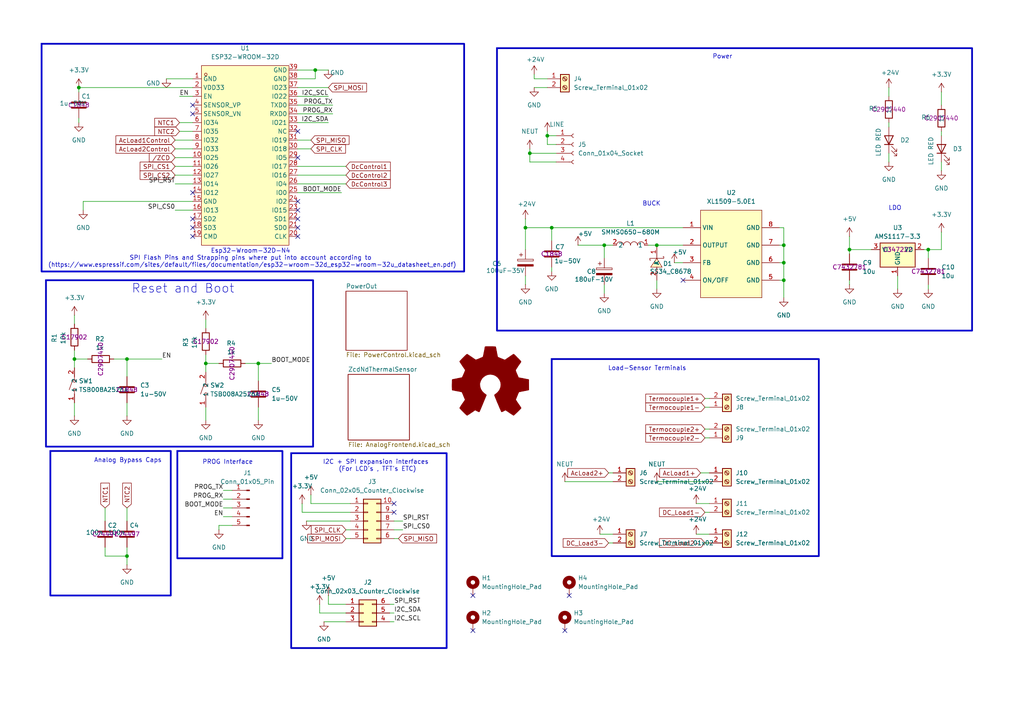
<source format=kicad_sch>
(kicad_sch (version 20250114) (generator "eeschema") (generator_version "9.0")
  (paper "A4")
  (lib_symbols
    (symbol "Connector:Conn_01x04_Socket" (pin_names (offset 1.016) (hide yes))
      (property "Reference" "J" (at 0 5.08 0))
      (property "Value" "Conn_01x04_Socket" (at 0 -7.62 0))
      (symbol "Conn_01x04_Socket_1_1"
        (pin passive line (at -5.08 2.54 0) (length 3.81) (name "Pin_1") (number "1"))
        (pin passive line (at -5.08 0 0) (length 3.81) (name "Pin_2") (number "2"))
        (pin passive line (at -5.08 -2.54 0) (length 3.81) (name "Pin_3") (number "3"))
        (pin passive line (at -5.08 -5.08 0) (length 3.81) (name "Pin_4") (number "4"))
      )
    )
    (symbol "Connector:Conn_01x05_Pin" (pin_names (offset 1.016) (hide yes))
      (property "Reference" "J" (at 0 7.62 0))
      (property "Value" "Conn_01x05_Pin" (at 0 -7.62 0))
      (symbol "Conn_01x05_Pin_1_1"
        (pin passive line (at 5.08 5.08 180) (length 3.81) (name "Pin_1") (number "1"))
        (pin passive line (at 5.08 2.54 180) (length 3.81) (name "Pin_2") (number "2"))
        (pin passive line (at 5.08 0 180) (length 3.81) (name "Pin_3") (number "3"))
        (pin passive line (at 5.08 -2.54 180) (length 3.81) (name "Pin_4") (number "4"))
        (pin passive line (at 5.08 -5.08 180) (length 3.81) (name "Pin_5") (number "5"))
      )
    )
    (symbol "Connector:Screw_Terminal_01x02" (pin_names (offset 1.016) (hide yes))
      (property "Reference" "J" (at 0 2.54 0))
      (property "Value" "Screw_Terminal_01x02" (at 0 -5.08 0))
      (symbol "Screw_Terminal_01x02_1_1"
        (pin passive line (at -5.08 0 0) (length 3.81) (name "Pin_1") (number "1"))
        (pin passive line (at -5.08 -2.54 0) (length 3.81) (name "Pin_2") (number "2"))
      )
    )
    (symbol "Connector_Generic:Conn_02x03_Counter_Clockwise" (pin_names (offset 1.016) (hide yes))
      (property "Reference" "J" (at 1.27 5.08 0))
      (property "Value" "Conn_02x03_Counter_Clockwise" (at 1.27 -5.08 0))
      (symbol "Conn_02x03_Counter_Clockwise_1_1"
        (pin passive line (at -5.08 2.54 0) (length 3.81) (name "Pin_1") (number "1"))
        (pin passive line (at -5.08 0 0) (length 3.81) (name "Pin_2") (number "2"))
        (pin passive line (at -5.08 -2.54 0) (length 3.81) (name "Pin_3") (number "3"))
        (pin passive line (at 7.62 2.54 180) (length 3.81) (name "Pin_6") (number "6"))
        (pin passive line (at 7.62 0 180) (length 3.81) (name "Pin_5") (number "5"))
        (pin passive line (at 7.62 -2.54 180) (length 3.81) (name "Pin_4") (number "4"))
      )
    )
    (symbol "Connector_Generic:Conn_02x05_Counter_Clockwise" (pin_names (offset 1.016) (hide yes))
      (property "Reference" "J" (at 1.27 7.62 0))
      (property "Value" "Conn_02x05_Counter_Clockwise" (at 1.27 -7.62 0))
      (symbol "Conn_02x05_Counter_Clockwise_1_1"
        (pin passive line (at -5.08 5.08 0) (length 3.81) (name "Pin_1") (number "1"))
        (pin passive line (at -5.08 2.54 0) (length 3.81) (name "Pin_2") (number "2"))
        (pin passive line (at -5.08 0 0) (length 3.81) (name "Pin_3") (number "3"))
        (pin passive line (at -5.08 -2.54 0) (length 3.81) (name "Pin_4") (number "4"))
        (pin passive line (at -5.08 -5.08 0) (length 3.81) (name "Pin_5") (number "5"))
        (pin passive line (at 7.62 5.08 180) (length 3.81) (name "Pin_10") (number "10"))
        (pin passive line (at 7.62 2.54 180) (length 3.81) (name "Pin_9") (number "9"))
        (pin passive line (at 7.62 0 180) (length 3.81) (name "Pin_8") (number "8"))
        (pin passive line (at 7.62 -2.54 180) (length 3.81) (name "Pin_7") (number "7"))
        (pin passive line (at 7.62 -5.08 180) (length 3.81) (name "Pin_6") (number "6"))
      )
    )
    (symbol "Device:C" (pin_numbers (hide yes)) (pin_names (offset 0.254))
      (property "Reference" "C" (at 0.635 2.54 0))
      (property "Value" "C" (at 0.635 -2.54 0))
      (symbol "C_1_1"
        (pin passive line (at 0 3.81 270) (length 2.794) (name "~") (number "1"))
        (pin passive line (at 0 -3.81 90) (length 2.794) (name "~") (number "2"))
      )
    )
    (symbol "Device:C_Polarized" (pin_numbers (hide yes)) (pin_names (offset 0.254))
      (property "Reference" "C" (at 0.635 2.54 0))
      (property "Value" "C_Polarized" (at 0.635 -2.54 0))
      (symbol "C_Polarized_1_1"
        (pin passive line (at 0 3.81 270) (length 2.794) (name "~") (number "1"))
        (pin passive line (at 0 -3.81 90) (length 2.794) (name "~") (number "2"))
      )
    )
    (symbol "Device:LED" (pin_numbers (hide yes)) (pin_names (offset 1.016) (hide yes))
      (property "Reference" "D" (at 0 2.54 0))
      (property "Value" "LED" (at 0 -2.54 0))
      (symbol "LED_1_1"
        (pin passive line (at -3.81 0 0) (length 2.54) (name "K") (number "1"))
        (pin passive line (at 3.81 0 180) (length 2.54) (name "A") (number "2"))
      )
    )
    (symbol "Device:R" (pin_numbers (hide yes)) (pin_names (offset 0))
      (property "Reference" "R" (at 2.032 0 90))
      (property "Value" "R" (at 0 0 90))
      (symbol "R_1_1"
        (pin passive line (at 0 3.81 270) (length 1.27) (name "~") (number "1"))
        (pin passive line (at 0 -3.81 90) (length 1.27) (name "~") (number "2"))
      )
    )
    (symbol "EasyEDA:ESP32-WROOM-32D"
      (property "Reference" "U" (at 0 30.48 0))
      (property "Value" "ESP32-WROOM-32D" (at 0 -27.94 0))
      (symbol "ESP32-WROOM-32D_0_1"
        (pin unspecified line (at -15.24 22.86 0) (length 2.54) (name "GND") (number "1"))
        (pin unspecified line (at -15.24 20.32 0) (length 2.54) (name "VDD33") (number "2"))
        (pin unspecified line (at -15.24 17.78 0) (length 2.54) (name "EN") (number "3"))
        (pin unspecified line (at -15.24 15.24 0) (length 2.54) (name "SENSOR_VP") (number "4"))
        (pin unspecified line (at -15.24 12.7 0) (length 2.54) (name "SENSOR_VN") (number "5"))
        (pin unspecified line (at -15.24 10.16 0) (length 2.54) (name "IO34") (number "6"))
        (pin unspecified line (at -15.24 7.62 0) (length 2.54) (name "IO35") (number "7"))
        (pin unspecified line (at -15.24 5.08 0) (length 2.54) (name "IO32") (number "8"))
        (pin unspecified line (at -15.24 2.54 0) (length 2.54) (name "IO33") (number "9"))
        (pin unspecified line (at -15.24 0 0) (length 2.54) (name "IO25") (number "10"))
        (pin unspecified line (at -15.24 -2.54 0) (length 2.54) (name "IO26") (number "11"))
        (pin unspecified line (at -15.24 -5.08 0) (length 2.54) (name "IO27") (number "12"))
        (pin unspecified line (at -15.24 -7.62 0) (length 2.54) (name "IO14") (number "13"))
        (pin unspecified line (at -15.24 -10.16 0) (length 2.54) (name "IO12") (number "14"))
        (pin unspecified line (at -15.24 -12.7 0) (length 2.54) (name "GND") (number "15"))
        (pin unspecified line (at -15.24 -15.24 0) (length 2.54) (name "IO13") (number "16"))
        (pin unspecified line (at -15.24 -17.78 0) (length 2.54) (name "SD2") (number "17"))
        (pin unspecified line (at -15.24 -20.32 0) (length 2.54) (name "SD3") (number "18"))
        (pin unspecified line (at -15.24 -22.86 0) (length 2.54) (name "CMD") (number "19"))
        (pin unspecified line (at 15.24 25.4 180) (length 2.54) (name "GND") (number "39"))
        (pin unspecified line (at 15.24 22.86 180) (length 2.54) (name "GND") (number "38"))
        (pin unspecified line (at 15.24 20.32 180) (length 2.54) (name "IO23") (number "37"))
        (pin unspecified line (at 15.24 17.78 180) (length 2.54) (name "IO22") (number "36"))
        (pin unspecified line (at 15.24 15.24 180) (length 2.54) (name "TXD0") (number "35"))
        (pin unspecified line (at 15.24 12.7 180) (length 2.54) (name "RXD0") (number "34"))
        (pin unspecified line (at 15.24 10.16 180) (length 2.54) (name "IO21") (number "33"))
        (pin unspecified line (at 15.24 7.62 180) (length 2.54) (name "NC") (number "32"))
        (pin unspecified line (at 15.24 5.08 180) (length 2.54) (name "IO19") (number "31"))
        (pin unspecified line (at 15.24 2.54 180) (length 2.54) (name "IO18") (number "30"))
        (pin unspecified line (at 15.24 0 180) (length 2.54) (name "IO5") (number "29"))
        (pin unspecified line (at 15.24 -2.54 180) (length 2.54) (name "IO17") (number "28"))
        (pin unspecified line (at 15.24 -5.08 180) (length 2.54) (name "IO16") (number "27"))
        (pin unspecified line (at 15.24 -7.62 180) (length 2.54) (name "IO4") (number "26"))
        (pin unspecified line (at 15.24 -10.16 180) (length 2.54) (name "IO0") (number "25"))
        (pin unspecified line (at 15.24 -12.7 180) (length 2.54) (name "IO2") (number "24"))
        (pin unspecified line (at 15.24 -15.24 180) (length 2.54) (name "IO15") (number "23"))
        (pin unspecified line (at 15.24 -17.78 180) (length 2.54) (name "SD1") (number "22"))
        (pin unspecified line (at 15.24 -20.32 180) (length 2.54) (name "SD0") (number "21"))
        (pin unspecified line (at 15.24 -22.86 180) (length 2.54) (name "CLK") (number "20"))
      )
    )
    (symbol "EasyEDA:SMMS0650-680M"
      (property "Reference" "L" (at 0 5.08 0))
      (property "Value" "SMMS0650-680M" (at 0 -5.08 0))
      (symbol "SMMS0650-680M_0_1"
        (pin unspecified line (at -5.08 0 0) (length 1.016) (name "2") (number "2"))
        (pin unspecified line (at 5.08 0 180) (length 1.016) (name "1") (number "1"))
      )
    )
    (symbol "EasyEDA:SS34_C8678"
      (property "Reference" "D" (at 0 5.08 0))
      (property "Value" "SS34_C8678" (at 0 -5.08 0))
      (symbol "SS34_C8678_0_1"
        (pin unspecified line (at -5.08 0 0) (length 3.81) (name "K") (number "1"))
        (pin unspecified line (at 5.08 0 180) (length 3.81) (name "A") (number "2"))
      )
    )
    (symbol "EasyEDA:TSB008A2526A"
      (property "Reference" "SW" (at 0 5.08 0))
      (property "Value" "TSB008A2526A" (at 0 -5.08 0))
      (symbol "TSB008A2526A_0_1"
        (pin unspecified line (at -5.08 0 0) (length 2.54) (name "1") (number "1"))
        (pin unspecified line (at 5.08 0 180) (length 2.54) (name "2") (number "2"))
      )
    )
    (symbol "EasyEDA:XL1509-5.0E1"
      (property "Reference" "U" (at 0 12.7 0))
      (property "Value" "XL1509-5.0E1" (at 0 -12.7 0))
      (symbol "XL1509-5.0E1_0_1"
        (pin unspecified line (at -13.97 7.62 0) (length 5.08) (name "VIN") (number "1"))
        (pin unspecified line (at -13.97 2.54 0) (length 5.08) (name "OUTPUT") (number "2"))
        (pin unspecified line (at -13.97 -2.54 0) (length 5.08) (name "FB") (number "3"))
        (pin unspecified line (at -13.97 -7.62 0) (length 5.08) (name "ON/OFF") (number "4"))
        (pin unspecified line (at 13.97 7.62 180) (length 5.08) (name "GND") (number "8"))
        (pin unspecified line (at 13.97 2.54 180) (length 5.08) (name "GND") (number "7"))
        (pin unspecified line (at 13.97 -2.54 180) (length 5.08) (name "GND") (number "6"))
        (pin unspecified line (at 13.97 -7.62 180) (length 5.08) (name "GND") (number "5"))
      )
    )
    (symbol "Graphic:Logo_Open_Hardware_Large" (in_bom no) (on_board no))
    (symbol "Mechanical:MountingHole_Pad" (pin_numbers (hide yes)) (pin_names (offset 1.016) (hide yes)) (exclude_from_sim yes) (in_bom no)
      (property "Reference" "H" (at 0 6.35 0))
      (property "Value" "MountingHole_Pad" (at 0 4.445 0))
      (symbol "MountingHole_Pad_1_1"
        (pin input line (at 0 -2.54 90) (length 2.54) (name "1") (number "1"))
      )
    )
    (symbol "Regulator_Linear:AMS1117-3.3"
      (property "Reference" "U" (at -3.81 3.175 0))
      (property "Value" "AMS1117-3.3" (at 0 3.175 0))
      (symbol "AMS1117-3.3_1_1"
        (pin power_in line (at -7.62 0 0) (length 2.54) (name "VI") (number "3"))
        (pin power_in line (at 0 -7.62 90) (length 2.54) (name "GND") (number "1"))
        (pin power_out line (at 7.62 0 180) (length 2.54) (name "VO") (number "2"))
      )
    )
    (symbol "power:+12V" (power) (pin_numbers (hide yes)) (pin_names (offset 0) (hide yes))
      (property "Value" "+12V" (at 0 3.556 0))
      (symbol "+12V_1_1"
        (pin power_in line (at 0 0 90) (length 0) (name "~") (number "1"))
      )
    )
    (symbol "power:+3.3V" (power) (pin_numbers (hide yes)) (pin_names (offset 0) (hide yes))
      (property "Value" "+3.3V" (at 0 3.556 0))
      (symbol "+3.3V_1_1"
        (pin power_in line (at 0 0 90) (length 0) (name "~") (number "1"))
      )
    )
    (symbol "power:+5V" (power) (pin_numbers (hide yes)) (pin_names (offset 0) (hide yes))
      (property "Value" "+5V" (at 0 3.556 0))
      (symbol "+5V_1_1"
        (pin power_in line (at 0 0 90) (length 0) (name "~") (number "1"))
      )
    )
    (symbol "power:GND" (power) (pin_numbers (hide yes)) (pin_names (offset 0) (hide yes))
      (property "Value" "GND" (at 0 -3.81 0))
      (symbol "GND_1_1"
        (pin power_in line (at 0 0 270) (length 0) (name "~") (number "1"))
      )
    )
    (symbol "power:LINE" (power) (pin_numbers (hide yes)) (pin_names (offset 0) (hide yes))
      (property "Value" "LINE" (at 0 3.556 0))
      (symbol "LINE_1_1"
        (pin power_in line (at 0 0 90) (length 0) (name "~") (number "1"))
      )
    )
    (symbol "power:NEUT" (power) (pin_numbers (hide yes)) (pin_names (offset 0) (hide yes))
      (property "Value" "NEUT" (at 0 3.556 0))
      (symbol "NEUT_1_1"
        (pin power_in line (at 0 0 90) (length 0) (name "~") (number "1"))
      )
    )
  )
  (rectangle (start 51.435 130.81) (end 81.915 161.925) (stroke (width 0.508)))
  (rectangle (start 144.145 13.97) (end 281.94 95.885) (stroke (width 0.508)))
  (rectangle (start 13.335 81.28) (end 90.805 129.54) (stroke (width 0.508)))
  (rectangle (start 160.02 104.14) (end 237.49 161.29) (stroke (width 0.508)))
  (rectangle (start 84.455 131.445) (end 129.54 187.96) (stroke (width 0.508)))
  (rectangle (start 12.065 12.7) (end 134.62 78.74) (stroke (width 0.508)))
  (rectangle (start 14.605 130.81) (end 49.53 172.72) (stroke (width 0.508)))
  (text "Analog Bypass Caps" (at 37.084 133.604 0) (effects (font (size 1.27 1.27))))
  (text "Esp32-Wroom-32D-N4 \nSPI Flash Pins and Strapping pins where put into account according to \n(https://www.espressif.com/sites/default/files/documentation/esp32-wroom-32d_esp32-wroom-32u_datasheet_en.pdf)" (at 73.152 74.93 0) (effects (font (size 1.27 1.27))))
  (text "Power" (at 209.55 16.51 0) (effects (font (size 1.27 1.27))))
  (text "LDO" (at 259.588 60.452 0) (effects (font (size 1.27 1.27))))
  (text "Load-Sensor Terminals" (at 187.706 106.934 0) (effects (font (size 1.27 1.27))))
  (text "Reset and Boot" (at 53.086 83.82 0) (effects (font (size 2.54 2.54))))
  (text "BUCK\n" (at 188.976 59.182 0) (effects (font (size 1.27 1.27))))
  (text "I2C + SPI expansion interfaces \n(For LCD's , TFT's ETC)\n" (at 109.474 135.128 0) (effects (font (size 1.27 1.27))))
  (text "PROG Interface\n" (at 66.04 134.112 0) (effects (font (size 1.27 1.27))))
  (junction (at 36.83 161.29))
  (junction (at 246.38 72.39))
  (junction (at 152.4 66.04))
  (junction (at 227.33 76.2))
  (junction (at 227.33 81.28))
  (junction (at 22.86 25.4))
  (junction (at 269.24 72.39))
  (junction (at 227.33 71.12))
  (junction (at 190.5 71.12))
  (junction (at 175.26 71.12))
  (junction (at 21.59 104.14))
  (junction (at 91.44 20.32))
  (junction (at 59.69 105.41))
  (junction (at 74.93 105.41))
  (junction (at 153.67 44.45))
  (junction (at 36.83 104.14))
  (junction (at 158.75 39.37))
  (junction (at 160.02 66.04))
  (no_connect (at 114.3 146.05))
  (no_connect (at 86.36 38.1))
  (no_connect (at 86.36 58.42))
  (no_connect (at 165.1 172.72))
  (no_connect (at 86.36 66.04))
  (no_connect (at 86.36 60.96))
  (no_connect (at 137.16 172.72))
  (no_connect (at 198.12 81.28))
  (no_connect (at 55.88 68.58))
  (no_connect (at 55.88 66.04))
  (no_connect (at 137.16 182.88))
  (no_connect (at 55.88 63.5))
  (no_connect (at 55.88 33.02))
  (no_connect (at 86.36 63.5))
  (no_connect (at 86.36 68.58))
  (no_connect (at 55.88 55.88))
  (no_connect (at 86.36 45.72))
  (no_connect (at 114.3 148.59))
  (no_connect (at 55.88 30.48))
  (no_connect (at 163.83 182.88))
  (wire (pts (xy 52.07 35.56) (xy 55.88 35.56)))
  (wire (pts (xy 86.36 33.02) (xy 96.52 33.02)))
  (wire (pts (xy 273.05 67.31) (xy 273.05 72.39)))
  (wire (pts (xy 260.35 80.01) (xy 260.35 83.82)))
  (wire (pts (xy 95.25 20.32) (xy 91.44 20.32)))
  (wire (pts (xy 158.75 41.91) (xy 161.29 41.91)))
  (wire (pts (xy 269.24 72.39) (xy 273.05 72.39)))
  (wire (pts (xy 55.88 22.86) (xy 48.26 22.86)))
  (wire (pts (xy 152.4 66.04) (xy 160.02 66.04)))
  (wire (pts (xy 63.5 153.67) (xy 63.5 152.4)))
  (wire (pts (xy 152.4 66.04) (xy 152.4 72.39)))
  (wire (pts (xy 226.06 76.2) (xy 227.33 76.2)))
  (wire (pts (xy 160.02 66.04) (xy 198.12 66.04)))
  (wire (pts (xy 246.38 68.58) (xy 246.38 72.39)))
  (wire (pts (xy 59.69 105.41) (xy 63.5 105.41)))
  (wire (pts (xy 86.36 25.4) (xy 95.25 25.4)))
  (wire (pts (xy 50.8 43.18) (xy 55.88 43.18)))
  (wire (pts (xy 176.53 137.16) (xy 177.8 137.16)))
  (wire (pts (xy 204.47 157.48) (xy 205.74 157.48)))
  (wire (pts (xy 114.3 153.67) (xy 116.84 153.67)))
  (wire (pts (xy 100.33 156.21) (xy 101.6 156.21)))
  (wire (pts (xy 273.05 46.99) (xy 273.05 49.53)))
  (wire (pts (xy 36.83 161.29) (xy 36.83 163.83)))
  (wire (pts (xy 195.58 76.2) (xy 198.12 76.2)))
  (wire (pts (xy 52.07 27.94) (xy 55.88 27.94)))
  (wire (pts (xy 113.03 180.34) (xy 114.3 180.34)))
  (wire (pts (xy 190.5 71.12) (xy 198.12 71.12)))
  (wire (pts (xy 64.77 142.24) (xy 67.31 142.24)))
  (wire (pts (xy 257.81 44.45) (xy 257.81 46.99)))
  (wire (pts (xy 227.33 86.36) (xy 227.33 81.28)))
  (wire (pts (xy 173.99 154.94) (xy 177.8 154.94)))
  (wire (pts (xy 64.77 147.32) (xy 67.31 147.32)))
  (wire (pts (xy 86.36 30.48) (xy 96.52 30.48)))
  (wire (pts (xy 114.3 156.21) (xy 115.57 156.21)))
  (wire (pts (xy 50.8 45.72) (xy 55.88 45.72)))
  (wire (pts (xy 22.86 26.67) (xy 22.86 25.4)))
  (wire (pts (xy 95.25 175.26) (xy 100.33 175.26)))
  (wire (pts (xy 201.93 154.94) (xy 205.74 154.94)))
  (wire (pts (xy 176.53 157.48) (xy 177.8 157.48)))
  (wire (pts (xy 227.33 66.04) (xy 226.06 66.04)))
  (wire (pts (xy 154.94 22.86) (xy 158.75 22.86)))
  (wire (pts (xy 86.36 55.88) (xy 99.06 55.88)))
  (wire (pts (xy 227.33 71.12) (xy 227.33 66.04)))
  (wire (pts (xy 114.3 151.13) (xy 116.84 151.13)))
  (wire (pts (xy 36.83 116.84) (xy 36.83 120.65)))
  (wire (pts (xy 158.75 39.37) (xy 158.75 41.91)))
  (wire (pts (xy 92.71 177.8) (xy 100.33 177.8)))
  (wire (pts (xy 59.69 118.11) (xy 59.69 121.92)))
  (wire (pts (xy 86.36 43.18) (xy 90.17 43.18)))
  (wire (pts (xy 100.33 153.67) (xy 101.6 153.67)))
  (wire (pts (xy 226.06 81.28) (xy 227.33 81.28)))
  (wire (pts (xy 50.8 40.64) (xy 55.88 40.64)))
  (wire (pts (xy 86.36 27.94) (xy 95.25 27.94)))
  (wire (pts (xy 59.69 105.41) (xy 59.69 107.95)))
  (wire (pts (xy 257.81 25.4) (xy 257.81 27.94)))
  (wire (pts (xy 63.5 152.4) (xy 67.31 152.4)))
  (wire (pts (xy 160.02 77.47) (xy 160.02 78.74)))
  (wire (pts (xy 204.47 127) (xy 205.74 127)))
  (wire (pts (xy 269.24 82.55) (xy 269.24 83.82)))
  (wire (pts (xy 86.36 20.32) (xy 91.44 20.32)))
  (wire (pts (xy 36.83 104.14) (xy 46.99 104.14)))
  (wire (pts (xy 175.26 71.12) (xy 177.8 71.12)))
  (wire (pts (xy 87.63 148.59) (xy 101.6 148.59)))
  (wire (pts (xy 21.59 116.84) (xy 21.59 120.65)))
  (wire (pts (xy 55.88 58.42) (xy 24.13 58.42)))
  (wire (pts (xy 91.44 20.32) (xy 91.44 22.86)))
  (wire (pts (xy 273.05 26.67) (xy 273.05 30.48)))
  (wire (pts (xy 36.83 104.14) (xy 36.83 109.22)))
  (wire (pts (xy 226.06 71.12) (xy 227.33 71.12)))
  (wire (pts (xy 175.26 71.12) (xy 175.26 74.93)))
  (wire (pts (xy 90.17 143.51) (xy 90.17 146.05)))
  (wire (pts (xy 187.96 71.12) (xy 190.5 71.12)))
  (wire (pts (xy 153.67 43.18) (xy 153.67 44.45)))
  (wire (pts (xy 273.05 38.1) (xy 273.05 39.37)))
  (wire (pts (xy 30.48 147.32) (xy 30.48 151.13)))
  (wire (pts (xy 95.25 172.72) (xy 95.25 175.26)))
  (wire (pts (xy 21.59 104.14) (xy 21.59 106.68)))
  (wire (pts (xy 201.93 146.05) (xy 205.74 146.05)))
  (wire (pts (xy 113.03 175.26) (xy 114.3 175.26)))
  (wire (pts (xy 50.8 48.26) (xy 55.88 48.26)))
  (wire (pts (xy 30.48 158.75) (xy 30.48 161.29)))
  (wire (pts (xy 269.24 74.93) (xy 269.24 72.39)))
  (wire (pts (xy 52.07 38.1) (xy 55.88 38.1)))
  (wire (pts (xy 74.93 105.41) (xy 78.74 105.41)))
  (wire (pts (xy 113.03 177.8) (xy 114.3 177.8)))
  (wire (pts (xy 86.36 50.8) (xy 100.33 50.8)))
  (wire (pts (xy 190.5 81.28) (xy 190.5 83.82)))
  (wire (pts (xy 59.69 102.87) (xy 59.69 105.41)))
  (wire (pts (xy 36.83 147.32) (xy 36.83 151.13)))
  (wire (pts (xy 246.38 81.28) (xy 246.38 82.55)))
  (wire (pts (xy 22.86 25.4) (xy 55.88 25.4)))
  (wire (pts (xy 154.94 25.4) (xy 158.75 25.4)))
  (wire (pts (xy 152.4 63.5) (xy 152.4 66.04)))
  (wire (pts (xy 227.33 81.28) (xy 227.33 76.2)))
  (wire (pts (xy 203.2 137.16) (xy 205.74 137.16)))
  (wire (pts (xy 167.64 71.12) (xy 175.26 71.12)))
  (wire (pts (xy 86.36 40.64) (xy 90.17 40.64)))
  (wire (pts (xy 50.8 60.96) (xy 55.88 60.96)))
  (wire (pts (xy 204.47 115.57) (xy 205.74 115.57)))
  (wire (pts (xy 190.5 139.7) (xy 205.74 139.7)))
  (wire (pts (xy 74.93 118.11) (xy 74.93 121.92)))
  (wire (pts (xy 160.02 66.04) (xy 160.02 69.85)))
  (wire (pts (xy 158.75 38.1) (xy 158.75 39.37)))
  (wire (pts (xy 50.8 53.34) (xy 55.88 53.34)))
  (wire (pts (xy 152.4 80.01) (xy 152.4 82.55)))
  (wire (pts (xy 87.63 146.05) (xy 87.63 148.59)))
  (wire (pts (xy 86.36 35.56) (xy 95.25 35.56)))
  (wire (pts (xy 88.9 151.13) (xy 101.6 151.13)))
  (wire (pts (xy 154.94 21.59) (xy 154.94 22.86)))
  (wire (pts (xy 36.83 161.29) (xy 36.83 158.75)))
  (wire (pts (xy 21.59 101.6) (xy 21.59 104.14)))
  (wire (pts (xy 204.47 148.59) (xy 205.74 148.59)))
  (wire (pts (xy 86.36 48.26) (xy 100.33 48.26)))
  (wire (pts (xy 64.77 144.78) (xy 67.31 144.78)))
  (wire (pts (xy 64.77 149.86) (xy 67.31 149.86)))
  (wire (pts (xy 257.81 35.56) (xy 257.81 36.83)))
  (wire (pts (xy 71.12 105.41) (xy 74.93 105.41)))
  (wire (pts (xy 33.02 104.14) (xy 36.83 104.14)))
  (wire (pts (xy 22.86 34.29) (xy 22.86 35.56)))
  (wire (pts (xy 153.67 44.45) (xy 153.67 46.99)))
  (wire (pts (xy 269.24 72.39) (xy 267.97 72.39)))
  (wire (pts (xy 246.38 72.39) (xy 246.38 73.66)))
  (wire (pts (xy 74.93 105.41) (xy 74.93 110.49)))
  (wire (pts (xy 91.44 22.86) (xy 86.36 22.86)))
  (wire (pts (xy 227.33 76.2) (xy 227.33 71.12)))
  (wire (pts (xy 93.98 180.34) (xy 100.33 180.34)))
  (wire (pts (xy 24.13 58.42) (xy 24.13 60.96)))
  (wire (pts (xy 204.47 118.11) (xy 205.74 118.11)))
  (wire (pts (xy 158.75 39.37) (xy 161.29 39.37)))
  (wire (pts (xy 153.67 46.99) (xy 161.29 46.99)))
  (wire (pts (xy 90.17 146.05) (xy 101.6 146.05)))
  (wire (pts (xy 153.67 44.45) (xy 161.29 44.45)))
  (wire (pts (xy 86.36 53.34) (xy 100.33 53.34)))
  (wire (pts (xy 21.59 91.44) (xy 21.59 93.98)))
  (wire (pts (xy 21.59 104.14) (xy 25.4 104.14)))
  (wire (pts (xy 59.69 92.71) (xy 59.69 95.25)))
  (wire (pts (xy 175.26 82.55) (xy 175.26 85.09)))
  (wire (pts (xy 92.71 175.26) (xy 92.71 177.8)))
  (wire (pts (xy 163.83 139.7) (xy 177.8 139.7)))
  (wire (pts (xy 204.47 124.46) (xy 205.74 124.46)))
  (wire (pts (xy 50.8 50.8) (xy 55.88 50.8)))
  (wire (pts (xy 30.48 161.29) (xy 36.83 161.29)))
  (wire (pts (xy 246.38 72.39) (xy 252.73 72.39)))
  (label "I2C_SDA" (at 114.3 177.8 0))
  (label "PROG_RX" (at 64.77 144.78 180))
  (label "SPI_RST" (at 116.84 151.13 0))
  (label "I2C_SCL" (at 95.25 27.94 180))
  (label "SPI_CS0" (at 50.8 60.96 180))
  (label "SPI_RST" (at 114.3 175.26 0))
  (label "EN" (at 46.99 104.14 0))
  (label "SPI_CS0" (at 116.84 153.67 0))
  (label "PROG_RX" (at 96.52 33.02 180))
  (label "BOOT_MODE" (at 64.77 147.32 180))
  (label "SPI_RST" (at 50.8 53.34 180))
  (label "I2C_SCL" (at 114.3 180.34 0))
  (label "BOOT_MODE" (at 78.74 105.41 0))
  (label "EN" (at 64.77 149.86 180))
  (label "PROG_TX" (at 64.77 142.24 180))
  (label "EN" (at 52.07 27.94 0))
  (label "PROG_TX" (at 96.52 30.48 180))
  (label "BOOT_MODE" (at 99.06 55.88 180))
  (label "I2C_SDA" (at 95.25 35.56 180))
  (global_label "DC_Load2-" (shape input) (at 204.47 157.48 180) (property "Intersheetrefs" "${INTERSHEET_REFS}" (effects (hide yes))))
  (global_label "AcLoad2Control" (shape input) (at 50.8 43.18 180) (property "Intersheetrefs" "${INTERSHEET_REFS}" (effects (hide yes))))
  (global_label "AcLoad1Control" (shape input) (at 50.8 40.64 180) (property "Intersheetrefs" "${INTERSHEET_REFS}" (effects (hide yes))))
  (global_label "DcControl1" (shape input) (at 100.33 48.26 0) (property "Intersheetrefs" "${INTERSHEET_REFS}" (effects (hide yes))))
  (global_label "SPI_MISO" (shape input) (at 90.17 40.64 0) (property "Intersheetrefs" "${INTERSHEET_REFS}" (effects (hide yes))))
  (global_label "NTC1" (shape input) (at 30.48 147.32 90) (property "Intersheetrefs" "${INTERSHEET_REFS}" (effects (hide yes))))
  (global_label "NTC2" (shape input) (at 36.83 147.32 90) (property "Intersheetrefs" "${INTERSHEET_REFS}" (effects (hide yes))))
  (global_label "Termocouple1-" (shape input) (at 204.47 118.11 180) (property "Intersheetrefs" "${INTERSHEET_REFS}" (effects (hide yes))))
  (global_label "DC_Load3-" (shape input) (at 176.53 157.48 180) (property "Intersheetrefs" "${INTERSHEET_REFS}" (effects (hide yes))))
  (global_label "SPI_MOSI" (shape input) (at 100.33 156.21 180) (property "Intersheetrefs" "${INTERSHEET_REFS}" (effects (hide yes))))
  (global_label "Termocouple1+" (shape input) (at 204.47 115.57 180) (property "Intersheetrefs" "${INTERSHEET_REFS}" (effects (hide yes))))
  (global_label "SPI_MOSI" (shape input) (at 95.25 25.4 0) (property "Intersheetrefs" "${INTERSHEET_REFS}" (effects (hide yes))))
  (global_label "DC_Load1-" (shape input) (at 204.47 148.59 180) (property "Intersheetrefs" "${INTERSHEET_REFS}" (effects (hide yes))))
  (global_label "Termocouple2+" (shape input) (at 204.47 124.46 180) (property "Intersheetrefs" "${INTERSHEET_REFS}" (effects (hide yes))))
  (global_label "AcLoad1+" (shape input) (at 203.2 137.16 180) (property "Intersheetrefs" "${INTERSHEET_REFS}" (effects (hide yes))))
  (global_label "DcControl2" (shape input) (at 100.33 50.8 0) (property "Intersheetrefs" "${INTERSHEET_REFS}" (effects (hide yes))))
  (global_label "SPI_MISO" (shape input) (at 115.57 156.21 0) (property "Intersheetrefs" "${INTERSHEET_REFS}" (effects (hide yes))))
  (global_label "NTC2" (shape input) (at 52.07 38.1 180) (property "Intersheetrefs" "${INTERSHEET_REFS}" (effects (hide yes))))
  (global_label "SPI_CS1" (shape input) (at 50.8 48.26 180) (property "Intersheetrefs" "${INTERSHEET_REFS}" (effects (hide yes))))
  (global_label "DcControl3" (shape input) (at 100.33 53.34 0) (property "Intersheetrefs" "${INTERSHEET_REFS}" (effects (hide yes))))
  (global_label "SPI_CS2" (shape input) (at 50.8 50.8 180) (property "Intersheetrefs" "${INTERSHEET_REFS}" (effects (hide yes))))
  (global_label "SPI_CLK" (shape input) (at 90.17 43.18 0) (property "Intersheetrefs" "${INTERSHEET_REFS}" (effects (hide yes))))
  (global_label "Termocouple2-" (shape input) (at 204.47 127 180) (property "Intersheetrefs" "${INTERSHEET_REFS}" (effects (hide yes))))
  (global_label "AcLoad2+" (shape input) (at 176.53 137.16 180) (property "Intersheetrefs" "${INTERSHEET_REFS}" (effects (hide yes))))
  (global_label "SPI_CLK" (shape input) (at 100.33 153.67 180) (property "Intersheetrefs" "${INTERSHEET_REFS}" (effects (hide yes))))
  (global_label "NTC1" (shape input) (at 52.07 35.56 180) (property "Intersheetrefs" "${INTERSHEET_REFS}" (effects (hide yes))))
  (global_label "{slash}ZCD" (shape input) (at 50.8 45.72 180) (property "Intersheetrefs" "${INTERSHEET_REFS}" (effects (hide yes))))
  (symbol (lib_id "Connector_Generic:Conn_02x03_Counter_Clockwise") (at 105.41 177.8 0) (unit 1) (in_bom no)
    (property "Reference" "J2" (at 106.68 168.91 0))
    (property "Value" "Conn_02x03_Counter_Clockwise" (at 106.68 171.45 0))
    (property "Footprint" "Connector_IDC:IDC-Header_2x03_P2.54mm_Vertical" (effects (hide yes)))
    (property "Description" "Generic connector, double row, 02x03, counter clockwise pin numbering scheme (similar to DIP package numbering), script generated (kicad-library-utils/schlib/autogen/connector/)" (effects (hide yes)))
  )
  (symbol (lib_id "Connector:Screw_Terminal_01x02") (at 210.82 154.94 0) (unit 1) (in_bom no)
    (property "Reference" "J12" (at 213.36 154.9399 0) (effects (justify left)))
    (property "Value" "Screw_Terminal_01x02" (at 213.36 157.4799 0) (effects (justify left)))
    (property "Footprint" "TerminalBlock_Phoenix:TerminalBlock_Phoenix_PT-1,5-2-3.5-H_1x02_P3.50mm_Horizontal" (effects (hide yes)))
    (property "Description" "Generic screw terminal, single row, 01x02, script generated (kicad-library-utils/schlib/autogen/connector/)" (effects (hide yes)))
  )
  (symbol (lib_id "Connector:Screw_Terminal_01x02") (at 210.82 146.05 0) (unit 1) (in_bom no)
    (property "Reference" "J11" (at 213.36 146.0499 0) (effects (justify left)))
    (property "Value" "Screw_Terminal_01x02" (at 213.36 148.5899 0) (effects (justify left)))
    (property "Footprint" "TerminalBlock_Phoenix:TerminalBlock_Phoenix_PT-1,5-2-3.5-H_1x02_P3.50mm_Horizontal" (effects (hide yes)))
    (property "Description" "Generic screw terminal, single row, 01x02, script generated (kicad-library-utils/schlib/autogen/connector/)" (effects (hide yes)))
  )
  (symbol (lib_id "power:+3.3V") (at 87.63 146.05 0) (unit 1)
    (property "Reference" "#PWR013" (effects (hide yes)))
    (property "Value" "+3.3V" (at 87.63 140.97 0))
    (property "Description" "Power symbol creates a global label with name \"+3.3V\"" (effects (hide yes)))
  )
  (symbol (lib_id "Device:C") (at 36.83 113.03 0) (unit 1)
    (property "Reference" "C3" (at 40.64 111.7599 0) (effects (justify left)))
    (property "Value" "1u-50V" (at 40.64 114.2999 0) (effects (justify left)))
    (property "Footprint" "Capacitor_SMD:C_1206_3216Metric_Pad1.33x1.80mm_HandSolder" (effects (hide yes)))
    (property "Description" "Unpolarized capacitor" (effects (hide yes)))
    (property "LCSC Part" "C1848" (at 36.83 113.03 0))
  )
  (symbol (lib_id "power:+5V") (at 90.17 143.51 0) (unit 1)
    (property "Reference" "#PWR015" (effects (hide yes)))
    (property "Value" "+5V" (at 90.17 138.43 0))
    (property "Description" "Power symbol creates a global label with name \"+5V\"" (effects (hide yes)))
  )
  (symbol (lib_id "power:GND") (at 63.5 153.67 0) (unit 1)
    (property "Reference" "#PWR011" (effects (hide yes)))
    (property "Value" "GND" (at 63.5 158.75 0))
    (property "Description" "Power symbol creates a global label with name \"GND\" , ground" (effects (hide yes)))
  )
  (symbol (lib_id "Graphic:Logo_Open_Hardware_Large") (at 142.24 111.76 0) (unit 1) (exclude_from_sim yes) (in_bom no)
    (property "Reference" "H6" (effects (hide yes)))
    (property "Value" "Logo_Open_Hardware_Large" (effects (hide yes)))
    (property "Footprint" "Symbol:OSHW-Logo2_14.6x12mm_SilkScreen" (effects (hide yes)))
    (property "Description" "Open Hardware logo, large" (effects (hide yes)))
  )
  (symbol (lib_id "EasyEDA:TSB008A2526A") (at 59.69 113.03 90) (unit 1)
    (property "Reference" "SW2" (at 60.96 111.7599 90) (effects (justify right)))
    (property "Value" "TSB008A2526A" (at 60.96 114.2999 90) (effects (justify right)))
    (property "Footprint" "EasyEDA:SW-SMD_L6.0-W3.5-LS8.0" (effects (hide yes)))
    (property "LCSC Part" "C2888456" (effects (hide yes)))
  )
  (symbol (lib_id "power:GND") (at 257.81 46.99 0) (unit 1)
    (property "Reference" "#PWR040" (effects (hide yes)))
    (property "Value" "GND" (at 257.81 52.07 0))
    (property "Description" "Power symbol creates a global label with name \"GND\" , ground" (effects (hide yes)))
  )
  (symbol (lib_id "EasyEDA:TSB008A2526A") (at 21.59 111.76 90) (unit 1)
    (property "Reference" "SW1" (at 22.86 110.4899 90) (effects (justify right)))
    (property "Value" "TSB008A2526A" (at 22.86 113.0299 90) (effects (justify right)))
    (property "Footprint" "EasyEDA:SW-SMD_L6.0-W3.5-LS8.0" (effects (hide yes)))
    (property "LCSC Part" "C2888456" (effects (hide yes)))
  )
  (symbol (lib_id "Device:LED") (at 257.81 40.64 90) (unit 1)
    (property "Reference" "D2" (at 261.112 40.64 90) (effects (justify right)))
    (property "Value" "LED RED" (at 254.762 37.084 0) (effects (justify right)))
    (property "Footprint" "LED_SMD:LED_1206_3216Metric_Pad1.42x1.75mm_HandSolder" (effects (hide yes)))
    (property "Description" "Light emitting diode" (effects (hide yes)))
    (property "Sim.Pins" "1=K 2=A" (effects (hide yes)))
    (property "LCSC Part" "C965822" (effects (hide yes)))
  )
  (symbol (lib_id "power:+5V") (at 195.58 76.2 0) (unit 1)
    (property "Reference" "#PWR033" (effects (hide yes)))
    (property "Value" "+5V" (at 197.104 73.152 0))
    (property "Description" "Power symbol creates a global label with name \"+5V\"" (effects (hide yes)))
  )
  (symbol (lib_id "power:GND") (at 74.93 121.92 0) (unit 1)
    (property "Reference" "#PWR012" (effects (hide yes)))
    (property "Value" "GND" (at 74.93 127 0))
    (property "Description" "Power symbol creates a global label with name \"GND\" , ground" (effects (hide yes)))
  )
  (symbol (lib_id "power:GND") (at 190.5 83.82 0) (unit 1)
    (property "Reference" "#PWR031" (effects (hide yes)))
    (property "Value" "GND" (at 190.5 88.9 0))
    (property "Description" "Power symbol creates a global label with name \"GND\" , ground" (effects (hide yes)))
  )
  (symbol (lib_id "power:+5V") (at 95.25 172.72 0) (unit 1)
    (property "Reference" "#PWR019" (effects (hide yes)))
    (property "Value" "+5V" (at 95.25 167.64 0))
    (property "Description" "Power symbol creates a global label with name \"+5V\"" (effects (hide yes)))
  )
  (symbol (lib_id "Device:LED") (at 273.05 43.18 90) (unit 1)
    (property "Reference" "D3" (at 276.352 43.18 90) (effects (justify right)))
    (property "Value" "LED RED" (at 270.002 39.624 0) (effects (justify right)))
    (property "Footprint" "LED_SMD:LED_1206_3216Metric_Pad1.42x1.75mm_HandSolder" (effects (hide yes)))
    (property "Description" "Light emitting diode" (effects (hide yes)))
    (property "Sim.Pins" "1=K 2=A" (effects (hide yes)))
    (property "LCSC Part" "C965822" (effects (hide yes)))
  )
  (symbol (lib_id "Mechanical:MountingHole_Pad") (at 165.1 170.18 0) (unit 1) (exclude_from_sim yes) (in_bom no)
    (property "Reference" "H4" (at 167.64 167.6399 0) (effects (justify left)))
    (property "Value" "MountingHole_Pad" (at 167.64 170.1799 0) (effects (justify left)))
    (property "Footprint" "MountingHole:MountingHole_3.2mm_M3_Pad_Via" (effects (hide yes)))
    (property "Description" "Mounting Hole with connection" (effects (hide yes)))
  )
  (symbol (lib_id "EasyEDA:SMMS0650-680M") (at 182.88 71.12 0) (unit 1)
    (property "Reference" "L1" (at 182.88 64.77 0))
    (property "Value" "SMMS0650-680M" (at 182.88 67.31 0))
    (property "Footprint" "EasyEDA:IND-SMD_L7.1-W6.6_H5.0" (effects (hide yes)))
    (property "LCSC Part" "C2894721" (effects (hide yes)))
  )
  (symbol (lib_id "power:GND") (at 175.26 85.09 0) (unit 1)
    (property "Reference" "#PWR030" (effects (hide yes)))
    (property "Value" "GND" (at 175.26 90.17 0))
    (property "Description" "Power symbol creates a global label with name \"GND\" , ground" (effects (hide yes)))
  )
  (symbol (lib_id "power:GND") (at 260.35 83.82 0) (unit 1)
    (property "Reference" "#PWR041" (effects (hide yes)))
    (property "Value" "GND" (at 260.35 88.9 0))
    (property "Description" "Power symbol creates a global label with name \"GND\" , ground" (effects (hide yes)))
  )
  (symbol (lib_id "power:GND") (at 48.26 22.86 0) (unit 1)
    (property "Reference" "#PWR08" (effects (hide yes)))
    (property "Value" "GND" (at 44.45 24.13 0))
    (property "Description" "Power symbol creates a global label with name \"GND\" , ground" (effects (hide yes)))
  )
  (symbol (lib_id "power:LINE") (at 158.75 38.1 0) (mirror y) (unit 1)
    (property "Reference" "#PWR025" (effects (hide yes)))
    (property "Value" "LINE" (at 161.544 36.068 0))
    (property "Description" "Power symbol creates a global label with name \"LINE\"" (effects (hide yes)))
  )
  (symbol (lib_id "power:+5V") (at 246.38 68.58 0) (unit 1)
    (property "Reference" "#PWR037" (effects (hide yes)))
    (property "Value" "+5V" (at 246.38 63.5 0))
    (property "Description" "Power symbol creates a global label with name \"+5V\"" (effects (hide yes)))
  )
  (symbol (lib_id "power:+5V") (at 167.64 71.12 0) (unit 1)
    (property "Reference" "#PWR028" (effects (hide yes)))
    (property "Value" "+5V" (at 169.672 67.818 0))
    (property "Description" "Power symbol creates a global label with name \"+5V\"" (effects (hide yes)))
  )
  (symbol (lib_id "power:+12V") (at 201.93 154.94 0) (unit 1)
    (property "Reference" "#PWR035" (effects (hide yes)))
    (property "Value" "+24V" (at 199.644 150.622 0) (effects (justify left)))
    (property "Description" "Power symbol creates a global label with name \"+12V\"" (effects (hide yes)))
  )
  (symbol (lib_id "power:GND") (at 246.38 82.55 0) (unit 1)
    (property "Reference" "#PWR038" (effects (hide yes)))
    (property "Value" "GND" (at 246.38 87.63 0))
    (property "Description" "Power symbol creates a global label with name \"GND\" , ground" (effects (hide yes)))
  )
  (symbol (lib_id "EasyEDA:XL1509-5.0E1") (at 212.09 73.66 0) (unit 1)
    (property "Reference" "U2" (at 212.09 55.88 0))
    (property "Value" "XL1509-5.0E1" (at 212.09 58.42 0))
    (property "Footprint" "EasyEDA:SOIC-8_L5.0-W4.0-P1.27-LS6.0-BL" (effects (hide yes)))
    (property "Datasheet" "https://lcsc.com/product-detail/DC-DC-Converters_XL1509-5-0E1_C61063.html" (effects (hide yes)))
    (property "LCSC Part" "C61063" (effects (hide yes)))
  )
  (symbol (lib_id "EasyEDA:ESP32-WROOM-32D") (at 71.12 45.72 0) (unit 1)
    (property "Reference" "U1" (at 71.12 13.97 0))
    (property "Value" "ESP32-WROOM-32D" (at 71.12 16.51 0))
    (property "Footprint" "EasyEDA:WIFIM-SMD_39P-L25.5-W18.0-P1.27-BL" (effects (hide yes)))
    (property "LCSC Part" "C473012" (effects (hide yes)))
  )
  (symbol (lib_id "Device:R") (at 29.21 104.14 90) (unit 1)
    (property "Reference" "R2" (at 28.956 98.298 90))
    (property "Value" "1k" (at 28.956 100.838 90))
    (property "Footprint" "Resistor_SMD:R_1206_3216Metric_Pad1.30x1.75mm_HandSolder" (effects (hide yes)))
    (property "Description" "Resistor" (effects (hide yes)))
    (property "LCSC Part" "C2907440" (at 29.21 104.14 0))
  )
  (symbol (lib_id "power:GND") (at 21.59 120.65 0) (unit 1)
    (property "Reference" "#PWR02" (effects (hide yes)))
    (property "Value" "GND" (at 21.59 125.73 0))
    (property "Description" "Power symbol creates a global label with name \"GND\" , ground" (effects (hide yes)))
  )
  (symbol (lib_id "Connector:Conn_01x05_Pin") (at 72.39 147.32 0) (mirror y) (unit 1) (in_bom no)
    (property "Reference" "J1" (at 71.755 137.16 0))
    (property "Value" "Conn_01x05_Pin" (at 71.755 139.7 0))
    (property "Footprint" "Connector_PinHeader_2.54mm:PinHeader_1x05_P2.54mm_Vertical" (effects (hide yes)))
    (property "Description" "Generic connector, single row, 01x05, script generated" (effects (hide yes)))
  )
  (symbol (lib_id "power:+12V") (at 154.94 21.59 0) (unit 1)
    (property "Reference" "#PWR023" (effects (hide yes)))
    (property "Value" "+24V" (at 152.654 17.272 0) (effects (justify left)))
    (property "Description" "Power symbol creates a global label with name \"+12V\"" (effects (hide yes)))
  )
  (symbol (lib_id "Regulator_Linear:AMS1117-3.3") (at 260.35 72.39 0) (unit 1)
    (property "Reference" "U3" (at 260.35 66.04 0))
    (property "Value" "AMS1117-3.3" (at 260.35 68.58 0))
    (property "Footprint" "LibMain:SOT-223-3_TabPin2_NOSILKSCREEN" (effects (hide yes)))
    (property "Datasheet" "http://www.advanced-monolithic.com/pdf/ds1117.pdf" (effects (hide yes)))
    (property "Description" "1A Low Dropout regulator, positive, 3.3V fixed output, SOT-223" (effects (hide yes)))
    (property "LCSC Part" "C347222" (at 260.35 72.39 0))
  )
  (symbol (lib_id "power:+12V") (at 201.93 146.05 0) (unit 1)
    (property "Reference" "#PWR034" (effects (hide yes)))
    (property "Value" "+24V" (at 199.644 141.732 0) (effects (justify left)))
    (property "Description" "Power symbol creates a global label with name \"+12V\"" (effects (hide yes)))
  )
  (symbol (lib_id "Device:C") (at 269.24 78.74 0) (unit 1)
    (property "Reference" "C10" (at 273.05 77.4699 0) (effects (justify left)))
    (property "Value" "10u" (at 273.05 80.0099 0) (effects (justify left)))
    (property "Footprint" "Capacitor_SMD:C_1206_3216Metric_Pad1.33x1.80mm_HandSolder" (effects (hide yes)))
    (property "Description" "Unpolarized capacitor" (effects (hide yes)))
    (property "LCSC Part" "C7432781" (at 269.24 78.74 0))
  )
  (symbol (lib_id "Connector:Conn_01x04_Socket") (at 166.37 41.91 0) (unit 1) (in_bom no)
    (property "Reference" "J5" (at 167.64 41.9099 0) (effects (justify left)))
    (property "Value" "Conn_01x04_Socket" (at 167.64 44.4499 0) (effects (justify left)))
    (property "Footprint" "Connector_Wire:SolderWire-1.5sqmm_1x04_P7.8mm_D1.7mm_OD3.9mm" (effects (hide yes)))
    (property "Description" "Generic connector, single row, 01x04, script generated" (effects (hide yes)))
  )
  (symbol (lib_id "Connector_Generic:Conn_02x05_Counter_Clockwise") (at 106.68 151.13 0) (unit 1) (in_bom no)
    (property "Reference" "J3" (at 107.95 139.7 0))
    (property "Value" "Conn_02x05_Counter_Clockwise" (at 107.95 142.24 0))
    (property "Footprint" "Connector_IDC:IDC-Header_2x05_P2.54mm_Vertical" (effects (hide yes)))
    (property "Description" "Generic connector, double row, 02x05, counter clockwise pin numbering scheme (similar to DIP package numbering), script generated (kicad-library-utils/schlib/autogen/connector/)" (effects (hide yes)))
  )
  (symbol (lib_id "power:GND") (at 227.33 86.36 0) (unit 1)
    (property "Reference" "#PWR036" (effects (hide yes)))
    (property "Value" "GND" (at 227.33 91.44 0))
    (property "Description" "Power symbol creates a global label with name \"GND\" , ground" (effects (hide yes)))
  )
  (symbol (lib_id "Connector:Screw_Terminal_01x02") (at 182.88 154.94 0) (unit 1) (in_bom no)
    (property "Reference" "J7" (at 185.42 154.9399 0) (effects (justify left)))
    (property "Value" "Screw_Terminal_01x02" (at 185.42 157.4799 0) (effects (justify left)))
    (property "Footprint" "TerminalBlock_Phoenix:TerminalBlock_Phoenix_PT-1,5-2-3.5-H_1x02_P3.50mm_Horizontal" (effects (hide yes)))
    (property "Description" "Generic screw terminal, single row, 01x02, script generated (kicad-library-utils/schlib/autogen/connector/)" (effects (hide yes)))
  )
  (symbol (lib_id "Device:R") (at 59.69 99.06 180) (unit 1)
    (property "Reference" "R3" (at 53.848 99.314 90))
    (property "Value" "10k" (at 56.388 99.314 90))
    (property "Footprint" "Resistor_SMD:R_1206_3216Metric_Pad1.30x1.75mm_HandSolder" (effects (hide yes)))
    (property "Description" "Resistor" (effects (hide yes)))
    (property "LCSC Part" "C17902" (at 59.69 99.06 0))
  )
  (symbol (lib_id "power:+3.3V") (at 22.86 25.4 0) (unit 1)
    (property "Reference" "#PWR03" (effects (hide yes)))
    (property "Value" "+3.3V" (at 22.86 20.32 0))
    (property "Description" "Power symbol creates a global label with name \"+3.3V\"" (effects (hide yes)))
  )
  (symbol (lib_id "power:+12V") (at 173.99 154.94 0) (unit 1)
    (property "Reference" "#PWR029" (effects (hide yes)))
    (property "Value" "+24V" (at 171.704 150.622 0) (effects (justify left)))
    (property "Description" "Power symbol creates a global label with name \"+12V\"" (effects (hide yes)))
  )
  (symbol (lib_id "Device:R") (at 21.59 97.79 180) (unit 1)
    (property "Reference" "R1" (at 15.748 98.044 90))
    (property "Value" "10k" (at 18.288 98.044 90))
    (property "Footprint" "Resistor_SMD:R_1206_3216Metric_Pad1.30x1.75mm_HandSolder" (effects (hide yes)))
    (property "Description" "Resistor" (effects (hide yes)))
    (property "LCSC Part" "C17902" (at 21.59 97.79 0))
  )
  (symbol (lib_id "Device:C") (at 160.02 73.66 0) (unit 1)
    (property "Reference" "C7" (at 161.036 71.628 0) (effects (justify left)))
    (property "Value" "1u-50V" (at 160.782 75.692 0) (effects (justify left)))
    (property "Footprint" "Capacitor_SMD:C_1206_3216Metric_Pad1.33x1.80mm_HandSolder" (effects (hide yes)))
    (property "Description" "Unpolarized capacitor" (effects (hide yes)))
    (property "LCSC Part" "C1848" (at 160.02 73.66 0))
  )
  (symbol (lib_id "power:GND") (at 154.94 25.4 0) (unit 1)
    (property "Reference" "#PWR024" (effects (hide yes)))
    (property "Value" "GND" (at 154.94 30.48 0))
    (property "Description" "Power symbol creates a global label with name \"GND\" , ground" (effects (hide yes)))
  )
  (symbol (lib_id "power:GND") (at 36.83 163.83 0) (unit 1)
    (property "Reference" "#PWR07" (effects (hide yes)))
    (property "Value" "GND" (at 36.83 168.91 0))
    (property "Description" "Power symbol creates a global label with name \"GND\" , ground" (effects (hide yes)))
  )
  (symbol (lib_id "Device:C") (at 22.86 30.48 0) (unit 1)
    (property "Reference" "C1" (at 23.622 27.94 0) (effects (justify left)))
    (property "Value" "1u-50V" (at 17.272 29.972 0) (effects (justify left)))
    (property "Footprint" "Capacitor_SMD:C_1206_3216Metric_Pad1.33x1.80mm_HandSolder" (effects (hide yes)))
    (property "Description" "Unpolarized capacitor" (effects (hide yes)))
    (property "LCSC Part" "C1848" (at 22.86 30.48 0))
  )
  (symbol (lib_id "Device:C") (at 74.93 114.3 0) (unit 1)
    (property "Reference" "C5" (at 78.74 113.0299 0) (effects (justify left)))
    (property "Value" "1u-50V" (at 78.74 115.5699 0) (effects (justify left)))
    (property "Footprint" "Capacitor_SMD:C_1206_3216Metric_Pad1.33x1.80mm_HandSolder" (effects (hide yes)))
    (property "Description" "Unpolarized capacitor" (effects (hide yes)))
    (property "LCSC Part" "C1848" (at 74.93 114.3 0))
  )
  (symbol (lib_id "Device:C_Polarized") (at 175.26 78.74 0) (unit 1) (in_bom no)
    (property "Reference" "C8" (at 170.18 78.74 0) (effects (justify left)))
    (property "Value" "180uF-10V" (at 166.624 81.026 0) (effects (justify left)))
    (property "Footprint" "Capacitor_THT:CP_Radial_D6.3mm_P2.50mm" (effects (hide yes)))
    (property "Description" "Polarized capacitor" (effects (hide yes)))
  )
  (symbol (lib_id "power:GND") (at 269.24 83.82 0) (unit 1)
    (property "Reference" "#PWR042" (effects (hide yes)))
    (property "Value" "GND" (at 269.24 88.9 0))
    (property "Description" "Power symbol creates a global label with name \"GND\" , ground" (effects (hide yes)))
  )
  (symbol (lib_id "Connector:Screw_Terminal_01x02") (at 210.82 118.11 0) (mirror x) (unit 1) (in_bom no)
    (property "Reference" "J8" (at 213.36 118.1101 0) (effects (justify left)))
    (property "Value" "Screw_Terminal_01x02" (at 213.36 115.5701 0) (effects (justify left)))
    (property "Footprint" "TerminalBlock_Phoenix:TerminalBlock_Phoenix_PT-1,5-2-3.5-H_1x02_P3.50mm_Horizontal" (effects (hide yes)))
    (property "Description" "Generic screw terminal, single row, 01x02, script generated (kicad-library-utils/schlib/autogen/connector/)" (effects (hide yes)))
  )
  (symbol (lib_id "Device:C") (at 36.83 154.94 0) (unit 1)
    (property "Reference" "C4" (at 37.592 152.4 0) (effects (justify left)))
    (property "Value" "100n" (at 31.242 154.432 0) (effects (justify left)))
    (property "Footprint" "Capacitor_SMD:C_1206_3216Metric_Pad1.33x1.80mm_HandSolder" (effects (hide yes)))
    (property "Description" "Unpolarized capacitor" (effects (hide yes)))
    (property "LCSC Part" "C24497" (at 36.83 154.94 0))
  )
  (symbol (lib_id "power:GND") (at 152.4 82.55 0) (unit 1)
    (property "Reference" "#PWR021" (effects (hide yes)))
    (property "Value" "GND" (at 152.4 87.63 0))
    (property "Description" "Power symbol creates a global label with name \"GND\" , ground" (effects (hide yes)))
  )
  (symbol (lib_id "power:+3.3V") (at 92.71 175.26 0) (unit 1)
    (property "Reference" "#PWR016" (effects (hide yes)))
    (property "Value" "+3.3V" (at 92.71 170.18 0))
    (property "Description" "Power symbol creates a global label with name \"+3.3V\"" (effects (hide yes)))
  )
  (symbol (lib_id "power:+12V") (at 152.4 63.5 0) (unit 1)
    (property "Reference" "#PWR020" (effects (hide yes)))
    (property "Value" "+24V" (at 150.114 59.182 0) (effects (justify left)))
    (property "Description" "Power symbol creates a global label with name \"+12V\"" (effects (hide yes)))
  )
  (symbol (lib_id "power:GND") (at 273.05 49.53 0) (unit 1)
    (property "Reference" "#PWR044" (effects (hide yes)))
    (property "Value" "GND" (at 273.05 54.61 0))
    (property "Description" "Power symbol creates a global label with name \"GND\" , ground" (effects (hide yes)))
  )
  (symbol (lib_id "Device:R") (at 273.05 34.29 0) (unit 1)
    (property "Reference" "R6" (at 267.208 34.036 0) (effects (justify left)))
    (property "Value" "1k" (at 273.05 35.56 90) (effects (justify left)))
    (property "Footprint" "Resistor_SMD:R_1206_3216Metric_Pad1.30x1.75mm_HandSolder" (effects (hide yes)))
    (property "Description" "Resistor" (effects (hide yes)))
    (property "LCSC Part" "C2907440" (at 273.05 34.29 0))
  )
  (symbol (lib_id "Mechanical:MountingHole_Pad") (at 137.16 180.34 0) (unit 1) (exclude_from_sim yes) (in_bom no)
    (property "Reference" "H2" (at 139.7 177.7999 0) (effects (justify left)))
    (property "Value" "MountingHole_Pad" (at 139.7 180.3399 0) (effects (justify left)))
    (property "Footprint" "MountingHole:MountingHole_3.2mm_M3_Pad_Via" (effects (hide yes)))
    (property "Description" "Mounting Hole with connection" (effects (hide yes)))
  )
  (symbol (lib_id "power:GND") (at 93.98 180.34 0) (unit 1)
    (property "Reference" "#PWR017" (effects (hide yes)))
    (property "Value" "GND" (at 93.98 185.42 0))
    (property "Description" "Power symbol creates a global label with name \"GND\" , ground" (effects (hide yes)))
  )
  (symbol (lib_id "Connector:Screw_Terminal_01x02") (at 210.82 127 0) (mirror x) (unit 1) (in_bom no)
    (property "Reference" "J9" (at 213.36 127.0001 0) (effects (justify left)))
    (property "Value" "Screw_Terminal_01x02" (at 213.36 124.4601 0) (effects (justify left)))
    (property "Footprint" "TerminalBlock_Phoenix:TerminalBlock_Phoenix_PT-1,5-2-3.5-H_1x02_P3.50mm_Horizontal" (effects (hide yes)))
    (property "Description" "Generic screw terminal, single row, 01x02, script generated (kicad-library-utils/schlib/autogen/connector/)" (effects (hide yes)))
  )
  (symbol (lib_id "power:GND") (at 22.86 35.56 0) (unit 1)
    (property "Reference" "#PWR04" (effects (hide yes)))
    (property "Value" "GND" (at 22.86 40.64 0))
    (property "Description" "Power symbol creates a global label with name \"GND\" , ground" (effects (hide yes)))
  )
  (symbol (lib_id "EasyEDA:SS34_C8678") (at 190.5 76.2 270) (unit 1)
    (property "Reference" "D1" (at 192.278 76.454 90) (effects (justify left)))
    (property "Value" "SS34_C8678" (at 188.468 78.74 90) (effects (justify left)))
    (property "Footprint" "EasyEDA:SMA_L4.3-W2.6-LS5.2-RD" (effects (hide yes)))
    (property "Datasheet" "https://lcsc.com/product-detail/Schottky-Barrier-Diodes-SBD_SS34_C8678.html" (effects (hide yes)))
    (property "LCSC Part" "C8678" (effects (hide yes)))
  )
  (symbol (lib_id "Mechanical:MountingHole_Pad") (at 137.16 170.18 0) (unit 1) (exclude_from_sim yes) (in_bom no)
    (property "Reference" "H1" (at 139.7 167.6399 0) (effects (justify left)))
    (property "Value" "MountingHole_Pad" (at 139.7 170.1799 0) (effects (justify left)))
    (property "Footprint" "MountingHole:MountingHole_3.2mm_M3_Pad_Via" (effects (hide yes)))
    (property "Description" "Mounting Hole with connection" (effects (hide yes)))
  )
  (symbol (lib_id "power:GND") (at 95.25 20.32 0) (unit 1)
    (property "Reference" "#PWR018" (effects (hide yes)))
    (property "Value" "GND" (at 97.79 21.082 0))
    (property "Description" "Power symbol creates a global label with name \"GND\" , ground" (effects (hide yes)))
  )
  (symbol (lib_id "Device:C_Polarized") (at 152.4 76.2 0) (unit 1) (in_bom no)
    (property "Reference" "C6" (at 142.748 76.454 0) (effects (justify left)))
    (property "Value" "100uF-35V" (at 140.97 78.486 0) (effects (justify left)))
    (property "Footprint" "Capacitor_THT:CP_Radial_D6.3mm_P2.50mm" (effects (hide yes)))
    (property "Description" "Polarized capacitor" (effects (hide yes)))
  )
  (symbol (lib_id "Connector:Screw_Terminal_01x02") (at 163.83 22.86 0) (unit 1) (in_bom no)
    (property "Reference" "J4" (at 166.37 22.8599 0) (effects (justify left)))
    (property "Value" "Screw_Terminal_01x02" (at 166.37 25.3999 0) (effects (justify left)))
    (property "Footprint" "TerminalBlock_Phoenix:TerminalBlock_Phoenix_PT-1,5-2-3.5-H_1x02_P3.50mm_Horizontal" (effects (hide yes)))
    (property "Description" "Generic screw terminal, single row, 01x02, script generated (kicad-library-utils/schlib/autogen/connector/)" (effects (hide yes)))
  )
  (symbol (lib_id "power:+12V") (at 257.81 25.4 0) (unit 1)
    (property "Reference" "#PWR039" (effects (hide yes)))
    (property "Value" "+24V" (at 255.524 21.082 0) (effects (justify left)))
    (property "Description" "Power symbol creates a global label with name \"+12V\"" (effects (hide yes)))
  )
  (symbol (lib_id "power:GND") (at 24.13 60.96 0) (unit 1)
    (property "Reference" "#PWR05" (effects (hide yes)))
    (property "Value" "GND" (at 24.13 66.04 0))
    (property "Description" "Power symbol creates a global label with name \"GND\" , ground" (effects (hide yes)))
  )
  (symbol (lib_id "power:GND") (at 160.02 78.74 0) (unit 1)
    (property "Reference" "#PWR026" (effects (hide yes)))
    (property "Value" "GND" (at 160.02 83.82 0))
    (property "Description" "Power symbol creates a global label with name \"GND\" , ground" (effects (hide yes)))
  )
  (symbol (lib_id "Device:C") (at 30.48 154.94 0) (unit 1)
    (property "Reference" "C2" (at 31.242 152.4 0) (effects (justify left)))
    (property "Value" "100n" (at 24.892 154.432 0) (effects (justify left)))
    (property "Footprint" "Capacitor_SMD:C_1206_3216Metric_Pad1.33x1.80mm_HandSolder" (effects (hide yes)))
    (property "Description" "Unpolarized capacitor" (effects (hide yes)))
    (property "LCSC Part" "C24497" (at 30.48 154.94 0))
  )
  (symbol (lib_id "power:NEUT") (at 153.67 43.18 0) (unit 1)
    (property "Reference" "#PWR022" (effects (hide yes)))
    (property "Value" "NEUT" (at 153.67 38.1 0))
    (property "Description" "Power symbol creates a global label with name \"NEUT\"" (effects (hide yes)))
  )
  (symbol (lib_id "power:+3.3V") (at 273.05 26.67 0) (unit 1)
    (property "Reference" "#PWR043" (effects (hide yes)))
    (property "Value" "+3.3V" (at 273.05 21.59 0))
    (property "Description" "Power symbol creates a global label with name \"+3.3V\"" (effects (hide yes)))
  )
  (symbol (lib_id "power:NEUT") (at 190.5 139.7 0) (unit 1)
    (property "Reference" "#PWR032" (effects (hide yes)))
    (property "Value" "NEUT" (at 190.5 134.62 0))
    (property "Description" "Power symbol creates a global label with name \"NEUT\"" (effects (hide yes)))
  )
  (symbol (lib_id "power:+3.3V") (at 59.69 92.71 0) (unit 1)
    (property "Reference" "#PWR09" (effects (hide yes)))
    (property "Value" "+3.3V" (at 59.69 87.63 0))
    (property "Description" "Power symbol creates a global label with name \"+3.3V\"" (effects (hide yes)))
  )
  (symbol (lib_id "power:GND") (at 59.69 121.92 0) (unit 1)
    (property "Reference" "#PWR010" (effects (hide yes)))
    (property "Value" "GND" (at 59.69 127 0))
    (property "Description" "Power symbol creates a global label with name \"GND\" , ground" (effects (hide yes)))
  )
  (symbol (lib_id "Device:R") (at 67.31 105.41 90) (unit 1)
    (property "Reference" "R4" (at 67.056 99.568 90))
    (property "Value" "1k" (at 67.056 102.108 90))
    (property "Footprint" "Resistor_SMD:R_1206_3216Metric_Pad1.30x1.75mm_HandSolder" (effects (hide yes)))
    (property "Description" "Resistor" (effects (hide yes)))
    (property "LCSC Part" "C2907440" (at 67.31 105.41 0))
  )
  (symbol (lib_id "Device:R") (at 257.81 31.75 0) (unit 1)
    (property "Reference" "R5" (at 251.968 31.496 0) (effects (justify left)))
    (property "Value" "1k" (at 257.81 33.02 90) (effects (justify left)))
    (property "Footprint" "Resistor_SMD:R_1206_3216Metric_Pad1.30x1.75mm_HandSolder" (effects (hide yes)))
    (property "Description" "Resistor" (effects (hide yes)))
    (property "LCSC Part" "C2907440" (at 257.81 31.75 0))
  )
  (symbol (lib_id "power:GND") (at 88.9 151.13 0) (unit 1)
    (property "Reference" "#PWR014" (effects (hide yes)))
    (property "Value" "GND" (at 88.9 156.21 0))
    (property "Description" "Power symbol creates a global label with name \"GND\" , ground" (effects (hide yes)))
  )
  (symbol (lib_id "Device:C") (at 246.38 77.47 0) (unit 1)
    (property "Reference" "C9" (at 250.19 76.1999 0) (effects (justify left)))
    (property "Value" "10u" (at 250.19 78.7399 0) (effects (justify left)))
    (property "Footprint" "Capacitor_SMD:C_1206_3216Metric_Pad1.33x1.80mm_HandSolder" (effects (hide yes)))
    (property "Description" "Unpolarized capacitor" (effects (hide yes)))
    (property "LCSC Part" "C7432781" (at 246.38 77.47 0))
  )
  (symbol (lib_id "power:+3.3V") (at 273.05 67.31 0) (unit 1)
    (property "Reference" "#PWR045" (effects (hide yes)))
    (property "Value" "+3.3V" (at 273.05 62.23 0))
    (property "Description" "Power symbol creates a global label with name \"+3.3V\"" (effects (hide yes)))
  )
  (symbol (lib_id "power:NEUT") (at 163.83 139.7 0) (unit 1)
    (property "Reference" "#PWR027" (effects (hide yes)))
    (property "Value" "NEUT" (at 163.83 134.62 0))
    (property "Description" "Power symbol creates a global label with name \"NEUT\"" (effects (hide yes)))
  )
  (symbol (lib_id "Mechanical:MountingHole_Pad") (at 163.83 180.34 0) (unit 1) (exclude_from_sim yes) (in_bom no)
    (property "Reference" "H3" (at 166.37 177.7999 0) (effects (justify left)))
    (property "Value" "MountingHole_Pad" (at 166.37 180.3399 0) (effects (justify left)))
    (property "Footprint" "MountingHole:MountingHole_3.2mm_M3_Pad_Via" (effects (hide yes)))
    (property "Description" "Mounting Hole with connection" (effects (hide yes)))
  )
  (symbol (lib_id "Connector:Screw_Terminal_01x02") (at 182.88 137.16 0) (unit 1) (in_bom no)
    (property "Reference" "J6" (at 185.42 137.1599 0) (effects (justify left)))
    (property "Value" "Screw_Terminal_01x02" (at 185.42 139.6999 0) (effects (justify left)))
    (property "Footprint" "TerminalBlock_Phoenix:TerminalBlock_Phoenix_PT-1,5-2-3.5-H_1x02_P3.50mm_Horizontal" (effects (hide yes)))
    (property "Description" "Generic screw terminal, single row, 01x02, script generated (kicad-library-utils/schlib/autogen/connector/)" (effects (hide yes)))
  )
  (symbol (lib_id "power:+3.3V") (at 21.59 91.44 0) (unit 1)
    (property "Reference" "#PWR01" (effects (hide yes)))
    (property "Value" "+3.3V" (at 21.59 86.36 0))
    (property "Description" "Power symbol creates a global label with name \"+3.3V\"" (effects (hide yes)))
  )
  (symbol (lib_id "Connector:Screw_Terminal_01x02") (at 210.82 137.16 0) (unit 1) (in_bom no)
    (property "Reference" "J10" (at 213.36 137.1599 0) (effects (justify left)))
    (property "Value" "Screw_Terminal_01x02" (at 213.36 139.6999 0) (effects (justify left)))
    (property "Footprint" "TerminalBlock_Phoenix:TerminalBlock_Phoenix_PT-1,5-2-3.5-H_1x02_P3.50mm_Horizontal" (effects (hide yes)))
    (property "Description" "Generic screw terminal, single row, 01x02, script generated (kicad-library-utils/schlib/autogen/connector/)" (effects (hide yes)))
  )
  (symbol (lib_id "power:GND") (at 36.83 120.65 0) (unit 1)
    (property "Reference" "#PWR06" (effects (hide yes)))
    (property "Value" "GND" (at 36.83 125.73 0))
    (property "Description" "Power symbol creates a global label with name \"GND\" , ground" (effects (hide yes)))
  )
  (sheet (at 100.965 108.585) (size 17.78 19.05) (stroke (width 0.1524))
    (property "Sheetname" "ZcdNdThermalSensor" (at 100.965 107.8734 0) (effects (justify left bottom)))
    (property "Sheetfile" "AnalogFrontend.kicad_sch" (at 100.965 128.2196 0) (effects (justify left top)))
  )
  (sheet (at 100.33 84.455) (size 17.78 17.145) (stroke (width 0.1524))
    (property "Sheetname" "PowerOut" (at 100.33 83.7434 0) (effects (justify left bottom)))
    (property "Sheetfile" "PowerControl.kicad_sch" (at 100.33 102.1846 0) (effects (justify left top)))
  )
)
</source>
